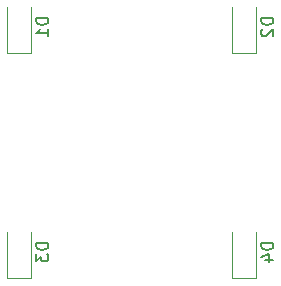
<source format=gbr>
%TF.GenerationSoftware,KiCad,Pcbnew,(6.0.5)*%
%TF.CreationDate,2022-12-18T12:47:56-06:00*%
%TF.ProjectId,ai03-pcb-tutorial,61693033-2d70-4636-922d-7475746f7269,rev?*%
%TF.SameCoordinates,Original*%
%TF.FileFunction,Legend,Bot*%
%TF.FilePolarity,Positive*%
%FSLAX46Y46*%
G04 Gerber Fmt 4.6, Leading zero omitted, Abs format (unit mm)*
G04 Created by KiCad (PCBNEW (6.0.5)) date 2022-12-18 12:47:56*
%MOMM*%
%LPD*%
G01*
G04 APERTURE LIST*
%ADD10C,0.150000*%
%ADD11C,0.120000*%
G04 APERTURE END LIST*
D10*
%TO.C,D2*%
X165171130Y-121499404D02*
X164171130Y-121499404D01*
X164171130Y-121737500D01*
X164218750Y-121880357D01*
X164313988Y-121975595D01*
X164409226Y-122023214D01*
X164599702Y-122070833D01*
X164742559Y-122070833D01*
X164933035Y-122023214D01*
X165028273Y-121975595D01*
X165123511Y-121880357D01*
X165171130Y-121737500D01*
X165171130Y-121499404D01*
X164266369Y-122451785D02*
X164218750Y-122499404D01*
X164171130Y-122594642D01*
X164171130Y-122832738D01*
X164218750Y-122927976D01*
X164266369Y-122975595D01*
X164361607Y-123023214D01*
X164456845Y-123023214D01*
X164599702Y-122975595D01*
X165171130Y-122404166D01*
X165171130Y-123023214D01*
%TO.C,D4*%
X165171130Y-140549404D02*
X164171130Y-140549404D01*
X164171130Y-140787500D01*
X164218750Y-140930357D01*
X164313988Y-141025595D01*
X164409226Y-141073214D01*
X164599702Y-141120833D01*
X164742559Y-141120833D01*
X164933035Y-141073214D01*
X165028273Y-141025595D01*
X165123511Y-140930357D01*
X165171130Y-140787500D01*
X165171130Y-140549404D01*
X164504464Y-141977976D02*
X165171130Y-141977976D01*
X164123511Y-141739880D02*
X164837797Y-141501785D01*
X164837797Y-142120833D01*
%TO.C,D3*%
X146121130Y-140549404D02*
X145121130Y-140549404D01*
X145121130Y-140787500D01*
X145168750Y-140930357D01*
X145263988Y-141025595D01*
X145359226Y-141073214D01*
X145549702Y-141120833D01*
X145692559Y-141120833D01*
X145883035Y-141073214D01*
X145978273Y-141025595D01*
X146073511Y-140930357D01*
X146121130Y-140787500D01*
X146121130Y-140549404D01*
X145121130Y-141454166D02*
X145121130Y-142073214D01*
X145502083Y-141739880D01*
X145502083Y-141882738D01*
X145549702Y-141977976D01*
X145597321Y-142025595D01*
X145692559Y-142073214D01*
X145930654Y-142073214D01*
X146025892Y-142025595D01*
X146073511Y-141977976D01*
X146121130Y-141882738D01*
X146121130Y-141597023D01*
X146073511Y-141501785D01*
X146025892Y-141454166D01*
%TO.C,D1*%
X146121130Y-121499404D02*
X145121130Y-121499404D01*
X145121130Y-121737500D01*
X145168750Y-121880357D01*
X145263988Y-121975595D01*
X145359226Y-122023214D01*
X145549702Y-122070833D01*
X145692559Y-122070833D01*
X145883035Y-122023214D01*
X145978273Y-121975595D01*
X146073511Y-121880357D01*
X146121130Y-121737500D01*
X146121130Y-121499404D01*
X146121130Y-123023214D02*
X146121130Y-122451785D01*
X146121130Y-122737500D02*
X145121130Y-122737500D01*
X145263988Y-122642261D01*
X145359226Y-122547023D01*
X145406845Y-122451785D01*
D11*
%TO.C,D2*%
X163718750Y-124487500D02*
X163718750Y-120587500D01*
X163718750Y-124487500D02*
X161718750Y-124487500D01*
X161718750Y-124487500D02*
X161718750Y-120587500D01*
%TO.C,D4*%
X163718750Y-143537500D02*
X163718750Y-139637500D01*
X163718750Y-143537500D02*
X161718750Y-143537500D01*
X161718750Y-143537500D02*
X161718750Y-139637500D01*
%TO.C,D3*%
X144668750Y-143537500D02*
X144668750Y-139637500D01*
X144668750Y-143537500D02*
X142668750Y-143537500D01*
X142668750Y-143537500D02*
X142668750Y-139637500D01*
%TO.C,D1*%
X144668750Y-124487500D02*
X144668750Y-120587500D01*
X144668750Y-124487500D02*
X142668750Y-124487500D01*
X142668750Y-124487500D02*
X142668750Y-120587500D01*
%TD*%
M02*

</source>
